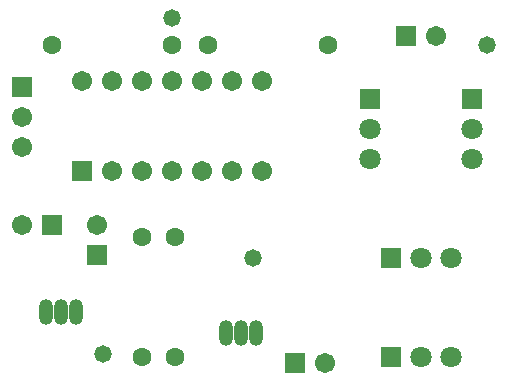
<source format=gbs>
%FSLAX24Y24*%
%MOIN*%
G70*
G01*
G75*
G04 Layer_Color=16711935*
%ADD10C,0.0100*%
%ADD11R,0.0591X0.0591*%
%ADD12C,0.0591*%
%ADD13O,0.0394X0.0787*%
%ADD14O,0.0394X0.0787*%
%ADD15R,0.0630X0.0630*%
%ADD16C,0.0630*%
%ADD17C,0.0551*%
%ADD18R,0.0591X0.0591*%
%ADD19R,0.0630X0.0630*%
%ADD20C,0.0500*%
%ADD21C,0.0500*%
%ADD22C,0.0079*%
%ADD23C,0.0098*%
%ADD24C,0.0236*%
%ADD25R,0.0671X0.0671*%
%ADD26C,0.0671*%
%ADD27O,0.0474X0.0867*%
%ADD28O,0.0474X0.0867*%
%ADD29R,0.0710X0.0710*%
%ADD30C,0.0710*%
%ADD31C,0.0631*%
%ADD32R,0.0671X0.0671*%
%ADD33R,0.0710X0.0710*%
%ADD34C,0.0580*%
D25*
X33100Y26600D02*
D03*
X30600Y32200D02*
D03*
X32600Y29400D02*
D03*
D26*
X33100Y27600D02*
D03*
X30600Y31200D02*
D03*
Y30200D02*
D03*
X44400Y33900D02*
D03*
X30600Y27600D02*
D03*
X40700Y23000D02*
D03*
X33600Y29400D02*
D03*
X34600D02*
D03*
X35600D02*
D03*
X36600D02*
D03*
X37600D02*
D03*
X38600D02*
D03*
X32600Y32400D02*
D03*
X33600D02*
D03*
X34600D02*
D03*
X35600D02*
D03*
X36600D02*
D03*
X37600D02*
D03*
X38600D02*
D03*
D27*
X38400Y24000D02*
D03*
X37900D02*
D03*
X32400Y24700D02*
D03*
X31900D02*
D03*
D28*
X37400Y24000D02*
D03*
X31400Y24700D02*
D03*
D29*
X42900Y23200D02*
D03*
Y26500D02*
D03*
D30*
X43900Y23200D02*
D03*
X44900D02*
D03*
X45600Y30800D02*
D03*
Y29800D02*
D03*
X42200Y30800D02*
D03*
Y29800D02*
D03*
X43900Y26500D02*
D03*
X44900D02*
D03*
D31*
X36800Y33600D02*
D03*
X40800D02*
D03*
X35700Y27200D02*
D03*
Y23200D02*
D03*
X34600Y27200D02*
D03*
Y23200D02*
D03*
X35600Y33600D02*
D03*
X31600D02*
D03*
D32*
X43400Y33900D02*
D03*
X31600Y27600D02*
D03*
X39700Y23000D02*
D03*
D33*
X45600Y31800D02*
D03*
X42200D02*
D03*
D34*
X38300Y26500D02*
D03*
X33300Y23300D02*
D03*
X35600Y34500D02*
D03*
X46100Y33600D02*
D03*
M02*

</source>
